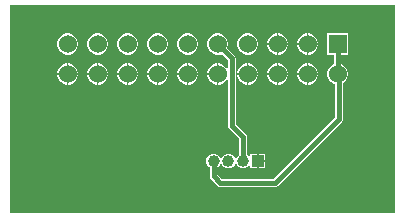
<source format=gbl>
G04*
G04 #@! TF.GenerationSoftware,Altium Limited,Altium Designer,24.5.2 (23)*
G04*
G04 Layer_Physical_Order=2*
G04 Layer_Color=16711680*
%FSLAX25Y25*%
%MOIN*%
G70*
G04*
G04 #@! TF.SameCoordinates,BB3BB737-B30A-4A97-ABAC-D2D8C2AF5157*
G04*
G04*
G04 #@! TF.FilePolarity,Positive*
G04*
G01*
G75*
%ADD17C,0.01500*%
%ADD18C,0.03969*%
%ADD19R,0.03969X0.03969*%
%ADD20R,0.06024X0.06024*%
%ADD21C,0.06024*%
G36*
X231481Y130724D02*
X103165D01*
Y199985D01*
X231481D01*
Y130724D01*
D02*
G37*
%LPC*%
G36*
X202962Y190512D02*
X202750D01*
Y187250D01*
X206012D01*
Y187462D01*
X205772Y188356D01*
X205310Y189156D01*
X204656Y189810D01*
X203855Y190272D01*
X202962Y190512D01*
D02*
G37*
G36*
X202250D02*
X202038D01*
X201145Y190272D01*
X200344Y189810D01*
X199690Y189156D01*
X199227Y188356D01*
X198988Y187462D01*
Y187250D01*
X202250D01*
Y190512D01*
D02*
G37*
G36*
X192962D02*
X192750D01*
Y187250D01*
X196012D01*
Y187462D01*
X195773Y188356D01*
X195310Y189156D01*
X194656Y189810D01*
X193856Y190272D01*
X192962Y190512D01*
D02*
G37*
G36*
X192250D02*
X192038D01*
X191145Y190272D01*
X190344Y189810D01*
X189690Y189156D01*
X189227Y188356D01*
X188988Y187462D01*
Y187250D01*
X192250D01*
Y190512D01*
D02*
G37*
G36*
X206012Y186750D02*
X202750D01*
Y183488D01*
X202962D01*
X203855Y183728D01*
X204656Y184190D01*
X205310Y184844D01*
X205772Y185644D01*
X206012Y186538D01*
Y186750D01*
D02*
G37*
G36*
X202250D02*
X198988D01*
Y186538D01*
X199227Y185644D01*
X199690Y184844D01*
X200344Y184190D01*
X201145Y183728D01*
X202038Y183488D01*
X202250D01*
Y186750D01*
D02*
G37*
G36*
X196012D02*
X192750D01*
Y183488D01*
X192962D01*
X193856Y183728D01*
X194656Y184190D01*
X195310Y184844D01*
X195773Y185644D01*
X196012Y186538D01*
Y186750D01*
D02*
G37*
G36*
X192250D02*
X188988D01*
Y186538D01*
X189227Y185644D01*
X189690Y184844D01*
X190344Y184190D01*
X191145Y183728D01*
X192038Y183488D01*
X192250D01*
Y186750D01*
D02*
G37*
G36*
X182962Y190512D02*
X182038D01*
X181144Y190272D01*
X180344Y189810D01*
X179690Y189156D01*
X179227Y188356D01*
X178988Y187462D01*
Y186538D01*
X179227Y185644D01*
X179690Y184844D01*
X180344Y184190D01*
X181144Y183728D01*
X182038Y183488D01*
X182962D01*
X183855Y183728D01*
X184656Y184190D01*
X185310Y184844D01*
X185773Y185644D01*
X186012Y186538D01*
Y187462D01*
X185773Y188356D01*
X185310Y189156D01*
X184656Y189810D01*
X183855Y190272D01*
X182962Y190512D01*
D02*
G37*
G36*
X162962D02*
X162038D01*
X161144Y190272D01*
X160344Y189810D01*
X159690Y189156D01*
X159228Y188356D01*
X158988Y187462D01*
Y186538D01*
X159228Y185644D01*
X159690Y184844D01*
X160344Y184190D01*
X161144Y183728D01*
X162038Y183488D01*
X162962D01*
X163856Y183728D01*
X164656Y184190D01*
X165310Y184844D01*
X165772Y185644D01*
X166012Y186538D01*
Y187462D01*
X165772Y188356D01*
X165310Y189156D01*
X164656Y189810D01*
X163856Y190272D01*
X162962Y190512D01*
D02*
G37*
G36*
X152962D02*
X152038D01*
X151145Y190272D01*
X150344Y189810D01*
X149690Y189156D01*
X149227Y188356D01*
X148988Y187462D01*
Y186538D01*
X149227Y185644D01*
X149690Y184844D01*
X150344Y184190D01*
X151145Y183728D01*
X152038Y183488D01*
X152962D01*
X153856Y183728D01*
X154656Y184190D01*
X155310Y184844D01*
X155772Y185644D01*
X156012Y186538D01*
Y187462D01*
X155772Y188356D01*
X155310Y189156D01*
X154656Y189810D01*
X153856Y190272D01*
X152962Y190512D01*
D02*
G37*
G36*
X142962D02*
X142038D01*
X141145Y190272D01*
X140344Y189810D01*
X139690Y189156D01*
X139227Y188356D01*
X138988Y187462D01*
Y186538D01*
X139227Y185644D01*
X139690Y184844D01*
X140344Y184190D01*
X141145Y183728D01*
X142038Y183488D01*
X142962D01*
X143856Y183728D01*
X144656Y184190D01*
X145310Y184844D01*
X145773Y185644D01*
X146012Y186538D01*
Y187462D01*
X145773Y188356D01*
X145310Y189156D01*
X144656Y189810D01*
X143856Y190272D01*
X142962Y190512D01*
D02*
G37*
G36*
X132962D02*
X132038D01*
X131144Y190272D01*
X130344Y189810D01*
X129690Y189156D01*
X129227Y188356D01*
X128988Y187462D01*
Y186538D01*
X129227Y185644D01*
X129690Y184844D01*
X130344Y184190D01*
X131144Y183728D01*
X132038Y183488D01*
X132962D01*
X133855Y183728D01*
X134656Y184190D01*
X135310Y184844D01*
X135773Y185644D01*
X136012Y186538D01*
Y187462D01*
X135773Y188356D01*
X135310Y189156D01*
X134656Y189810D01*
X133855Y190272D01*
X132962Y190512D01*
D02*
G37*
G36*
X122962D02*
X122038D01*
X121144Y190272D01*
X120344Y189810D01*
X119690Y189156D01*
X119228Y188356D01*
X118988Y187462D01*
Y186538D01*
X119228Y185644D01*
X119690Y184844D01*
X120344Y184190D01*
X121144Y183728D01*
X122038Y183488D01*
X122962D01*
X123855Y183728D01*
X124656Y184190D01*
X125310Y184844D01*
X125773Y185644D01*
X126012Y186538D01*
Y187462D01*
X125773Y188356D01*
X125310Y189156D01*
X124656Y189810D01*
X123855Y190272D01*
X122962Y190512D01*
D02*
G37*
G36*
X202962Y180512D02*
X202750D01*
Y177250D01*
X206012D01*
Y177462D01*
X205772Y178356D01*
X205310Y179156D01*
X204656Y179810D01*
X203855Y180272D01*
X202962Y180512D01*
D02*
G37*
G36*
X202250D02*
X202038D01*
X201145Y180272D01*
X200344Y179810D01*
X199690Y179156D01*
X199227Y178356D01*
X198988Y177462D01*
Y177250D01*
X202250D01*
Y180512D01*
D02*
G37*
G36*
X192962D02*
X192750D01*
Y177250D01*
X196012D01*
Y177462D01*
X195773Y178356D01*
X195310Y179156D01*
X194656Y179810D01*
X193856Y180272D01*
X192962Y180512D01*
D02*
G37*
G36*
X192250D02*
X192038D01*
X191145Y180272D01*
X190344Y179810D01*
X189690Y179156D01*
X189227Y178356D01*
X188988Y177462D01*
Y177250D01*
X192250D01*
Y180512D01*
D02*
G37*
G36*
X182962D02*
X182750D01*
Y177250D01*
X186012D01*
Y177462D01*
X185773Y178356D01*
X185310Y179156D01*
X184656Y179810D01*
X183855Y180272D01*
X182962Y180512D01*
D02*
G37*
G36*
X182250D02*
X182038D01*
X181144Y180272D01*
X180344Y179810D01*
X179690Y179156D01*
X179227Y178356D01*
X178988Y177462D01*
Y177250D01*
X182250D01*
Y180512D01*
D02*
G37*
G36*
X172250D02*
X172038D01*
X171144Y180272D01*
X170344Y179810D01*
X169690Y179156D01*
X169228Y178356D01*
X168988Y177462D01*
Y177250D01*
X172250D01*
Y180512D01*
D02*
G37*
G36*
X162962D02*
X162750D01*
Y177250D01*
X166012D01*
Y177462D01*
X165772Y178356D01*
X165310Y179156D01*
X164656Y179810D01*
X163856Y180272D01*
X162962Y180512D01*
D02*
G37*
G36*
X162250D02*
X162038D01*
X161144Y180272D01*
X160344Y179810D01*
X159690Y179156D01*
X159228Y178356D01*
X158988Y177462D01*
Y177250D01*
X162250D01*
Y180512D01*
D02*
G37*
G36*
X152962D02*
X152750D01*
Y177250D01*
X156012D01*
Y177462D01*
X155772Y178356D01*
X155310Y179156D01*
X154656Y179810D01*
X153856Y180272D01*
X152962Y180512D01*
D02*
G37*
G36*
X152250D02*
X152038D01*
X151145Y180272D01*
X150344Y179810D01*
X149690Y179156D01*
X149227Y178356D01*
X148988Y177462D01*
Y177250D01*
X152250D01*
Y180512D01*
D02*
G37*
G36*
X142962D02*
X142750D01*
Y177250D01*
X146012D01*
Y177462D01*
X145773Y178356D01*
X145310Y179156D01*
X144656Y179810D01*
X143856Y180272D01*
X142962Y180512D01*
D02*
G37*
G36*
X142250D02*
X142038D01*
X141145Y180272D01*
X140344Y179810D01*
X139690Y179156D01*
X139227Y178356D01*
X138988Y177462D01*
Y177250D01*
X142250D01*
Y180512D01*
D02*
G37*
G36*
X132962D02*
X132750D01*
Y177250D01*
X136012D01*
Y177462D01*
X135773Y178356D01*
X135310Y179156D01*
X134656Y179810D01*
X133855Y180272D01*
X132962Y180512D01*
D02*
G37*
G36*
X132250D02*
X132038D01*
X131144Y180272D01*
X130344Y179810D01*
X129690Y179156D01*
X129227Y178356D01*
X128988Y177462D01*
Y177250D01*
X132250D01*
Y180512D01*
D02*
G37*
G36*
X122962D02*
X122750D01*
Y177250D01*
X126012D01*
Y177462D01*
X125773Y178356D01*
X125310Y179156D01*
X124656Y179810D01*
X123855Y180272D01*
X122962Y180512D01*
D02*
G37*
G36*
X122250D02*
X122038D01*
X121144Y180272D01*
X120344Y179810D01*
X119690Y179156D01*
X119228Y178356D01*
X118988Y177462D01*
Y177250D01*
X122250D01*
Y180512D01*
D02*
G37*
G36*
X206012Y176750D02*
X202750D01*
Y173488D01*
X202962D01*
X203855Y173728D01*
X204656Y174190D01*
X205310Y174844D01*
X205772Y175645D01*
X206012Y176538D01*
Y176750D01*
D02*
G37*
G36*
X202250D02*
X198988D01*
Y176538D01*
X199227Y175645D01*
X199690Y174844D01*
X200344Y174190D01*
X201145Y173728D01*
X202038Y173488D01*
X202250D01*
Y176750D01*
D02*
G37*
G36*
X196012D02*
X192750D01*
Y173488D01*
X192962D01*
X193856Y173728D01*
X194656Y174190D01*
X195310Y174844D01*
X195773Y175645D01*
X196012Y176538D01*
Y176750D01*
D02*
G37*
G36*
X192250D02*
X188988D01*
Y176538D01*
X189227Y175645D01*
X189690Y174844D01*
X190344Y174190D01*
X191145Y173728D01*
X192038Y173488D01*
X192250D01*
Y176750D01*
D02*
G37*
G36*
X186012D02*
X182750D01*
Y173488D01*
X182962D01*
X183855Y173728D01*
X184656Y174190D01*
X185310Y174844D01*
X185773Y175645D01*
X186012Y176538D01*
Y176750D01*
D02*
G37*
G36*
X182250D02*
X178988D01*
Y176538D01*
X179227Y175645D01*
X179690Y174844D01*
X180344Y174190D01*
X181144Y173728D01*
X182038Y173488D01*
X182250D01*
Y176750D01*
D02*
G37*
G36*
X172250D02*
X168988D01*
Y176538D01*
X169228Y175645D01*
X169690Y174844D01*
X170344Y174190D01*
X171144Y173728D01*
X172038Y173488D01*
X172250D01*
Y176750D01*
D02*
G37*
G36*
X166012D02*
X162750D01*
Y173488D01*
X162962D01*
X163856Y173728D01*
X164656Y174190D01*
X165310Y174844D01*
X165772Y175645D01*
X166012Y176538D01*
Y176750D01*
D02*
G37*
G36*
X162250D02*
X158988D01*
Y176538D01*
X159228Y175645D01*
X159690Y174844D01*
X160344Y174190D01*
X161144Y173728D01*
X162038Y173488D01*
X162250D01*
Y176750D01*
D02*
G37*
G36*
X156012D02*
X152750D01*
Y173488D01*
X152962D01*
X153856Y173728D01*
X154656Y174190D01*
X155310Y174844D01*
X155772Y175645D01*
X156012Y176538D01*
Y176750D01*
D02*
G37*
G36*
X152250D02*
X148988D01*
Y176538D01*
X149227Y175645D01*
X149690Y174844D01*
X150344Y174190D01*
X151145Y173728D01*
X152038Y173488D01*
X152250D01*
Y176750D01*
D02*
G37*
G36*
X146012D02*
X142750D01*
Y173488D01*
X142962D01*
X143856Y173728D01*
X144656Y174190D01*
X145310Y174844D01*
X145773Y175645D01*
X146012Y176538D01*
Y176750D01*
D02*
G37*
G36*
X142250D02*
X138988D01*
Y176538D01*
X139227Y175645D01*
X139690Y174844D01*
X140344Y174190D01*
X141145Y173728D01*
X142038Y173488D01*
X142250D01*
Y176750D01*
D02*
G37*
G36*
X136012D02*
X132750D01*
Y173488D01*
X132962D01*
X133855Y173728D01*
X134656Y174190D01*
X135310Y174844D01*
X135773Y175645D01*
X136012Y176538D01*
Y176750D01*
D02*
G37*
G36*
X132250D02*
X128988D01*
Y176538D01*
X129227Y175645D01*
X129690Y174844D01*
X130344Y174190D01*
X131144Y173728D01*
X132038Y173488D01*
X132250D01*
Y176750D01*
D02*
G37*
G36*
X126012D02*
X122750D01*
Y173488D01*
X122962D01*
X123855Y173728D01*
X124656Y174190D01*
X125310Y174844D01*
X125773Y175645D01*
X126012Y176538D01*
Y176750D01*
D02*
G37*
G36*
X122250D02*
X118988D01*
Y176538D01*
X119228Y175645D01*
X119690Y174844D01*
X120344Y174190D01*
X121144Y173728D01*
X122038Y173488D01*
X122250D01*
Y176750D01*
D02*
G37*
G36*
X188406Y150484D02*
X186171D01*
Y148250D01*
X188406D01*
Y150484D01*
D02*
G37*
G36*
Y147750D02*
X186171D01*
Y145516D01*
X188406D01*
Y147750D01*
D02*
G37*
G36*
X216012Y190512D02*
X208988D01*
Y183488D01*
X211226D01*
Y180294D01*
X211144Y180272D01*
X210344Y179810D01*
X209690Y179156D01*
X209227Y178356D01*
X208988Y177462D01*
Y176538D01*
X209227Y175645D01*
X209690Y174844D01*
X210344Y174190D01*
X211144Y173728D01*
X211725Y173572D01*
Y162528D01*
X191093Y141896D01*
X173907D01*
X172432Y143370D01*
Y145839D01*
X172565Y145894D01*
X173264Y146593D01*
X173368Y146845D01*
X173868D01*
X173973Y146593D01*
X174671Y145894D01*
X175585Y145516D01*
X176573D01*
X177486Y145894D01*
X178185Y146593D01*
X178289Y146845D01*
X178789D01*
X178894Y146593D01*
X179593Y145894D01*
X180506Y145516D01*
X181494D01*
X182407Y145894D01*
X182937Y146424D01*
X183437Y146217D01*
Y145516D01*
X185671D01*
Y148000D01*
Y150484D01*
X183437D01*
Y149783D01*
X182937Y149576D01*
X182407Y150106D01*
X182274Y150161D01*
Y156000D01*
X182177Y156488D01*
X181901Y156901D01*
X178457Y160345D01*
Y182317D01*
X178360Y182805D01*
X178084Y183218D01*
X175731Y185572D01*
X175773Y185644D01*
X176012Y186538D01*
Y187462D01*
X175773Y188356D01*
X175310Y189156D01*
X174656Y189810D01*
X173855Y190272D01*
X172962Y190512D01*
X172038D01*
X171144Y190272D01*
X170344Y189810D01*
X169690Y189156D01*
X169228Y188356D01*
X168988Y187462D01*
Y186538D01*
X169228Y185644D01*
X169690Y184844D01*
X170344Y184190D01*
X171144Y183728D01*
X172038Y183488D01*
X172962D01*
X173855Y183728D01*
X173928Y183770D01*
X175908Y181789D01*
Y179120D01*
X175408Y178986D01*
X175310Y179156D01*
X174656Y179810D01*
X173855Y180272D01*
X172962Y180512D01*
X172750D01*
Y177000D01*
Y173488D01*
X172962D01*
X173855Y173728D01*
X174656Y174190D01*
X175310Y174844D01*
X175408Y175014D01*
X175908Y174880D01*
Y159817D01*
X176005Y159329D01*
X176282Y158916D01*
X179726Y155472D01*
Y150161D01*
X179593Y150106D01*
X178894Y149407D01*
X178789Y149155D01*
X178289D01*
X178185Y149407D01*
X177486Y150106D01*
X176573Y150484D01*
X175585D01*
X174671Y150106D01*
X173973Y149407D01*
X173868Y149155D01*
X173368D01*
X173264Y149407D01*
X172565Y150106D01*
X171652Y150484D01*
X170663D01*
X169750Y150106D01*
X169051Y149407D01*
X168673Y148494D01*
Y147506D01*
X169051Y146593D01*
X169750Y145894D01*
X169883Y145839D01*
Y142842D01*
X169980Y142355D01*
X170256Y141941D01*
X172477Y139720D01*
X172891Y139444D01*
X173379Y139347D01*
X191621D01*
X192109Y139444D01*
X192523Y139720D01*
X213901Y161099D01*
X214177Y161512D01*
X214275Y162000D01*
Y173969D01*
X214656Y174190D01*
X215310Y174844D01*
X215773Y175645D01*
X216012Y176538D01*
Y177462D01*
X215773Y178356D01*
X215310Y179156D01*
X214656Y179810D01*
X213856Y180272D01*
X213774Y180294D01*
Y183488D01*
X216012D01*
Y190512D01*
D02*
G37*
%LPD*%
D17*
X213000Y162000D02*
Y176500D01*
X212500Y177000D02*
X213000Y176500D01*
X191621Y140621D02*
X213000Y162000D01*
X173379Y140621D02*
X191621D01*
X171158Y142842D02*
X173379Y140621D01*
X171158Y142842D02*
Y148000D01*
X181000D02*
Y156000D01*
X172500Y187000D02*
X177183Y182317D01*
Y159817D02*
Y182317D01*
Y159817D02*
X181000Y156000D01*
X212500Y177000D02*
Y187000D01*
D18*
X171158Y148000D02*
D03*
X176079D02*
D03*
X181000D02*
D03*
D19*
X185921D02*
D03*
D20*
X212500Y187000D02*
D03*
D21*
Y177000D02*
D03*
X202500Y187000D02*
D03*
Y177000D02*
D03*
X192500Y187000D02*
D03*
Y177000D02*
D03*
X182500Y187000D02*
D03*
Y177000D02*
D03*
X172500Y187000D02*
D03*
Y177000D02*
D03*
X162500Y187000D02*
D03*
Y177000D02*
D03*
X152500Y187000D02*
D03*
Y177000D02*
D03*
X142500Y187000D02*
D03*
Y177000D02*
D03*
X132500Y187000D02*
D03*
Y177000D02*
D03*
X122500Y187000D02*
D03*
Y177000D02*
D03*
M02*

</source>
